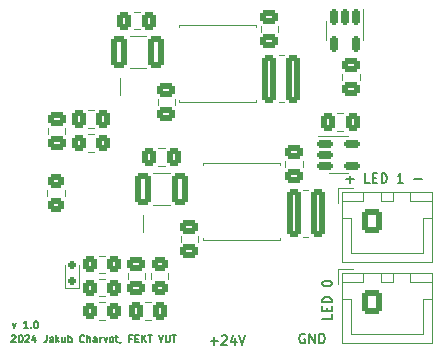
<source format=gto>
G04 #@! TF.GenerationSoftware,KiCad,Pcbnew,7.0.10-7.0.10~ubuntu23.10.1*
G04 #@! TF.CreationDate,2024-03-29T23:33:31+01:00*
G04 #@! TF.ProjectId,ledBoard,6c656442-6f61-4726-942e-6b696361645f,rev?*
G04 #@! TF.SameCoordinates,Original*
G04 #@! TF.FileFunction,Legend,Top*
G04 #@! TF.FilePolarity,Positive*
%FSLAX46Y46*%
G04 Gerber Fmt 4.6, Leading zero omitted, Abs format (unit mm)*
G04 Created by KiCad (PCBNEW 7.0.10-7.0.10~ubuntu23.10.1) date 2024-03-29 23:33:31*
%MOMM*%
%LPD*%
G01*
G04 APERTURE LIST*
G04 Aperture macros list*
%AMRoundRect*
0 Rectangle with rounded corners*
0 $1 Rounding radius*
0 $2 $3 $4 $5 $6 $7 $8 $9 X,Y pos of 4 corners*
0 Add a 4 corners polygon primitive as box body*
4,1,4,$2,$3,$4,$5,$6,$7,$8,$9,$2,$3,0*
0 Add four circle primitives for the rounded corners*
1,1,$1+$1,$2,$3*
1,1,$1+$1,$4,$5*
1,1,$1+$1,$6,$7*
1,1,$1+$1,$8,$9*
0 Add four rect primitives between the rounded corners*
20,1,$1+$1,$2,$3,$4,$5,0*
20,1,$1+$1,$4,$5,$6,$7,0*
20,1,$1+$1,$6,$7,$8,$9,0*
20,1,$1+$1,$8,$9,$2,$3,0*%
G04 Aperture macros list end*
%ADD10C,0.150000*%
%ADD11C,0.100000*%
%ADD12C,0.120000*%
%ADD13R,0.800000X1.450000*%
%ADD14R,0.600000X0.300000*%
%ADD15R,0.800000X1.458994*%
%ADD16R,0.300000X1.725000*%
%ADD17RoundRect,0.250000X0.475000X-0.337500X0.475000X0.337500X-0.475000X0.337500X-0.475000X-0.337500X0*%
%ADD18O,1.700000X1.700000*%
%ADD19R,1.700000X1.700000*%
%ADD20RoundRect,0.250000X-0.337500X-0.475000X0.337500X-0.475000X0.337500X0.475000X-0.337500X0.475000X0*%
%ADD21RoundRect,0.150000X-0.512500X-0.150000X0.512500X-0.150000X0.512500X0.150000X-0.512500X0.150000X0*%
%ADD22RoundRect,0.250000X-0.412500X-1.100000X0.412500X-1.100000X0.412500X1.100000X-0.412500X1.100000X0*%
%ADD23RoundRect,0.150000X-0.150000X0.512500X-0.150000X-0.512500X0.150000X-0.512500X0.150000X0.512500X0*%
%ADD24RoundRect,0.250000X-0.450000X0.350000X-0.450000X-0.350000X0.450000X-0.350000X0.450000X0.350000X0*%
%ADD25R,1.700000X5.700000*%
%ADD26RoundRect,0.250000X0.450000X-0.350000X0.450000X0.350000X-0.450000X0.350000X-0.450000X-0.350000X0*%
%ADD27RoundRect,0.250000X-0.600000X-0.750000X0.600000X-0.750000X0.600000X0.750000X-0.600000X0.750000X0*%
%ADD28O,1.700000X2.000000*%
%ADD29RoundRect,0.250000X0.337500X0.475000X-0.337500X0.475000X-0.337500X-0.475000X0.337500X-0.475000X0*%
%ADD30RoundRect,0.250000X0.350000X1.775000X-0.350000X1.775000X-0.350000X-1.775000X0.350000X-1.775000X0*%
%ADD31RoundRect,0.250000X0.350000X0.450000X-0.350000X0.450000X-0.350000X-0.450000X0.350000X-0.450000X0*%
%ADD32RoundRect,0.250000X-0.475000X0.337500X-0.475000X-0.337500X0.475000X-0.337500X0.475000X0.337500X0*%
%ADD33RoundRect,0.250000X-0.350000X-0.450000X0.350000X-0.450000X0.350000X0.450000X-0.350000X0.450000X0*%
%ADD34RoundRect,0.150000X-0.200000X0.150000X-0.200000X-0.150000X0.200000X-0.150000X0.200000X0.150000X0*%
G04 APERTURE END LIST*
D10*
X227844532Y-83221018D02*
X228454056Y-83221018D01*
X228149294Y-83525780D02*
X228149294Y-82916256D01*
X229825484Y-83525780D02*
X229444532Y-83525780D01*
X229444532Y-83525780D02*
X229444532Y-82725780D01*
X230092151Y-83106732D02*
X230358817Y-83106732D01*
X230473103Y-83525780D02*
X230092151Y-83525780D01*
X230092151Y-83525780D02*
X230092151Y-82725780D01*
X230092151Y-82725780D02*
X230473103Y-82725780D01*
X230815961Y-83525780D02*
X230815961Y-82725780D01*
X230815961Y-82725780D02*
X231006437Y-82725780D01*
X231006437Y-82725780D02*
X231120723Y-82763875D01*
X231120723Y-82763875D02*
X231196913Y-82840065D01*
X231196913Y-82840065D02*
X231235008Y-82916256D01*
X231235008Y-82916256D02*
X231273104Y-83068637D01*
X231273104Y-83068637D02*
X231273104Y-83182923D01*
X231273104Y-83182923D02*
X231235008Y-83335304D01*
X231235008Y-83335304D02*
X231196913Y-83411494D01*
X231196913Y-83411494D02*
X231120723Y-83487685D01*
X231120723Y-83487685D02*
X231006437Y-83525780D01*
X231006437Y-83525780D02*
X230815961Y-83525780D01*
X232644532Y-83525780D02*
X232187389Y-83525780D01*
X232415961Y-83525780D02*
X232415961Y-82725780D01*
X232415961Y-82725780D02*
X232339770Y-82840065D01*
X232339770Y-82840065D02*
X232263580Y-82916256D01*
X232263580Y-82916256D02*
X232187389Y-82954351D01*
X233596914Y-83221018D02*
X234206438Y-83221018D01*
X226594295Y-94629887D02*
X226594295Y-95010839D01*
X226594295Y-95010839D02*
X225794295Y-95010839D01*
X226175247Y-94363220D02*
X226175247Y-94096554D01*
X226594295Y-93982268D02*
X226594295Y-94363220D01*
X226594295Y-94363220D02*
X225794295Y-94363220D01*
X225794295Y-94363220D02*
X225794295Y-93982268D01*
X226594295Y-93639410D02*
X225794295Y-93639410D01*
X225794295Y-93639410D02*
X225794295Y-93448934D01*
X225794295Y-93448934D02*
X225832390Y-93334648D01*
X225832390Y-93334648D02*
X225908580Y-93258458D01*
X225908580Y-93258458D02*
X225984771Y-93220363D01*
X225984771Y-93220363D02*
X226137152Y-93182267D01*
X226137152Y-93182267D02*
X226251438Y-93182267D01*
X226251438Y-93182267D02*
X226403819Y-93220363D01*
X226403819Y-93220363D02*
X226480009Y-93258458D01*
X226480009Y-93258458D02*
X226556200Y-93334648D01*
X226556200Y-93334648D02*
X226594295Y-93448934D01*
X226594295Y-93448934D02*
X226594295Y-93639410D01*
X225794295Y-92077505D02*
X225794295Y-92001315D01*
X225794295Y-92001315D02*
X225832390Y-91925124D01*
X225832390Y-91925124D02*
X225870485Y-91887029D01*
X225870485Y-91887029D02*
X225946676Y-91848934D01*
X225946676Y-91848934D02*
X226099057Y-91810839D01*
X226099057Y-91810839D02*
X226289533Y-91810839D01*
X226289533Y-91810839D02*
X226441914Y-91848934D01*
X226441914Y-91848934D02*
X226518104Y-91887029D01*
X226518104Y-91887029D02*
X226556200Y-91925124D01*
X226556200Y-91925124D02*
X226594295Y-92001315D01*
X226594295Y-92001315D02*
X226594295Y-92077505D01*
X226594295Y-92077505D02*
X226556200Y-92153696D01*
X226556200Y-92153696D02*
X226518104Y-92191791D01*
X226518104Y-92191791D02*
X226441914Y-92229886D01*
X226441914Y-92229886D02*
X226289533Y-92267982D01*
X226289533Y-92267982D02*
X226099057Y-92267982D01*
X226099057Y-92267982D02*
X225946676Y-92229886D01*
X225946676Y-92229886D02*
X225870485Y-92191791D01*
X225870485Y-92191791D02*
X225832390Y-92153696D01*
X225832390Y-92153696D02*
X225794295Y-92077505D01*
X199512969Y-96475914D02*
X199541541Y-96447342D01*
X199541541Y-96447342D02*
X199598684Y-96418771D01*
X199598684Y-96418771D02*
X199741541Y-96418771D01*
X199741541Y-96418771D02*
X199798684Y-96447342D01*
X199798684Y-96447342D02*
X199827255Y-96475914D01*
X199827255Y-96475914D02*
X199855826Y-96533057D01*
X199855826Y-96533057D02*
X199855826Y-96590200D01*
X199855826Y-96590200D02*
X199827255Y-96675914D01*
X199827255Y-96675914D02*
X199484398Y-97018771D01*
X199484398Y-97018771D02*
X199855826Y-97018771D01*
X200227255Y-96418771D02*
X200284398Y-96418771D01*
X200284398Y-96418771D02*
X200341541Y-96447342D01*
X200341541Y-96447342D02*
X200370113Y-96475914D01*
X200370113Y-96475914D02*
X200398684Y-96533057D01*
X200398684Y-96533057D02*
X200427255Y-96647342D01*
X200427255Y-96647342D02*
X200427255Y-96790200D01*
X200427255Y-96790200D02*
X200398684Y-96904485D01*
X200398684Y-96904485D02*
X200370113Y-96961628D01*
X200370113Y-96961628D02*
X200341541Y-96990200D01*
X200341541Y-96990200D02*
X200284398Y-97018771D01*
X200284398Y-97018771D02*
X200227255Y-97018771D01*
X200227255Y-97018771D02*
X200170113Y-96990200D01*
X200170113Y-96990200D02*
X200141541Y-96961628D01*
X200141541Y-96961628D02*
X200112970Y-96904485D01*
X200112970Y-96904485D02*
X200084398Y-96790200D01*
X200084398Y-96790200D02*
X200084398Y-96647342D01*
X200084398Y-96647342D02*
X200112970Y-96533057D01*
X200112970Y-96533057D02*
X200141541Y-96475914D01*
X200141541Y-96475914D02*
X200170113Y-96447342D01*
X200170113Y-96447342D02*
X200227255Y-96418771D01*
X200655827Y-96475914D02*
X200684399Y-96447342D01*
X200684399Y-96447342D02*
X200741542Y-96418771D01*
X200741542Y-96418771D02*
X200884399Y-96418771D01*
X200884399Y-96418771D02*
X200941542Y-96447342D01*
X200941542Y-96447342D02*
X200970113Y-96475914D01*
X200970113Y-96475914D02*
X200998684Y-96533057D01*
X200998684Y-96533057D02*
X200998684Y-96590200D01*
X200998684Y-96590200D02*
X200970113Y-96675914D01*
X200970113Y-96675914D02*
X200627256Y-97018771D01*
X200627256Y-97018771D02*
X200998684Y-97018771D01*
X201512971Y-96618771D02*
X201512971Y-97018771D01*
X201370113Y-96390200D02*
X201227256Y-96818771D01*
X201227256Y-96818771D02*
X201598685Y-96818771D01*
X202455828Y-96418771D02*
X202455828Y-96847342D01*
X202455828Y-96847342D02*
X202427257Y-96933057D01*
X202427257Y-96933057D02*
X202370114Y-96990200D01*
X202370114Y-96990200D02*
X202284400Y-97018771D01*
X202284400Y-97018771D02*
X202227257Y-97018771D01*
X202998686Y-97018771D02*
X202998686Y-96704485D01*
X202998686Y-96704485D02*
X202970114Y-96647342D01*
X202970114Y-96647342D02*
X202912971Y-96618771D01*
X202912971Y-96618771D02*
X202798686Y-96618771D01*
X202798686Y-96618771D02*
X202741543Y-96647342D01*
X202998686Y-96990200D02*
X202941543Y-97018771D01*
X202941543Y-97018771D02*
X202798686Y-97018771D01*
X202798686Y-97018771D02*
X202741543Y-96990200D01*
X202741543Y-96990200D02*
X202712971Y-96933057D01*
X202712971Y-96933057D02*
X202712971Y-96875914D01*
X202712971Y-96875914D02*
X202741543Y-96818771D01*
X202741543Y-96818771D02*
X202798686Y-96790200D01*
X202798686Y-96790200D02*
X202941543Y-96790200D01*
X202941543Y-96790200D02*
X202998686Y-96761628D01*
X203284400Y-97018771D02*
X203284400Y-96418771D01*
X203341543Y-96790200D02*
X203512971Y-97018771D01*
X203512971Y-96618771D02*
X203284400Y-96847342D01*
X204027257Y-96618771D02*
X204027257Y-97018771D01*
X203770114Y-96618771D02*
X203770114Y-96933057D01*
X203770114Y-96933057D02*
X203798685Y-96990200D01*
X203798685Y-96990200D02*
X203855828Y-97018771D01*
X203855828Y-97018771D02*
X203941542Y-97018771D01*
X203941542Y-97018771D02*
X203998685Y-96990200D01*
X203998685Y-96990200D02*
X204027257Y-96961628D01*
X204312971Y-97018771D02*
X204312971Y-96418771D01*
X204312971Y-96647342D02*
X204370114Y-96618771D01*
X204370114Y-96618771D02*
X204484399Y-96618771D01*
X204484399Y-96618771D02*
X204541542Y-96647342D01*
X204541542Y-96647342D02*
X204570114Y-96675914D01*
X204570114Y-96675914D02*
X204598685Y-96733057D01*
X204598685Y-96733057D02*
X204598685Y-96904485D01*
X204598685Y-96904485D02*
X204570114Y-96961628D01*
X204570114Y-96961628D02*
X204541542Y-96990200D01*
X204541542Y-96990200D02*
X204484399Y-97018771D01*
X204484399Y-97018771D02*
X204370114Y-97018771D01*
X204370114Y-97018771D02*
X204312971Y-96990200D01*
X205655828Y-96961628D02*
X205627256Y-96990200D01*
X205627256Y-96990200D02*
X205541542Y-97018771D01*
X205541542Y-97018771D02*
X205484399Y-97018771D01*
X205484399Y-97018771D02*
X205398685Y-96990200D01*
X205398685Y-96990200D02*
X205341542Y-96933057D01*
X205341542Y-96933057D02*
X205312971Y-96875914D01*
X205312971Y-96875914D02*
X205284399Y-96761628D01*
X205284399Y-96761628D02*
X205284399Y-96675914D01*
X205284399Y-96675914D02*
X205312971Y-96561628D01*
X205312971Y-96561628D02*
X205341542Y-96504485D01*
X205341542Y-96504485D02*
X205398685Y-96447342D01*
X205398685Y-96447342D02*
X205484399Y-96418771D01*
X205484399Y-96418771D02*
X205541542Y-96418771D01*
X205541542Y-96418771D02*
X205627256Y-96447342D01*
X205627256Y-96447342D02*
X205655828Y-96475914D01*
X205912971Y-97018771D02*
X205912971Y-96418771D01*
X206170114Y-97018771D02*
X206170114Y-96704485D01*
X206170114Y-96704485D02*
X206141542Y-96647342D01*
X206141542Y-96647342D02*
X206084399Y-96618771D01*
X206084399Y-96618771D02*
X205998685Y-96618771D01*
X205998685Y-96618771D02*
X205941542Y-96647342D01*
X205941542Y-96647342D02*
X205912971Y-96675914D01*
X206712971Y-97018771D02*
X206712971Y-96704485D01*
X206712971Y-96704485D02*
X206684399Y-96647342D01*
X206684399Y-96647342D02*
X206627256Y-96618771D01*
X206627256Y-96618771D02*
X206512971Y-96618771D01*
X206512971Y-96618771D02*
X206455828Y-96647342D01*
X206712971Y-96990200D02*
X206655828Y-97018771D01*
X206655828Y-97018771D02*
X206512971Y-97018771D01*
X206512971Y-97018771D02*
X206455828Y-96990200D01*
X206455828Y-96990200D02*
X206427256Y-96933057D01*
X206427256Y-96933057D02*
X206427256Y-96875914D01*
X206427256Y-96875914D02*
X206455828Y-96818771D01*
X206455828Y-96818771D02*
X206512971Y-96790200D01*
X206512971Y-96790200D02*
X206655828Y-96790200D01*
X206655828Y-96790200D02*
X206712971Y-96761628D01*
X206998685Y-97018771D02*
X206998685Y-96618771D01*
X206998685Y-96733057D02*
X207027256Y-96675914D01*
X207027256Y-96675914D02*
X207055828Y-96647342D01*
X207055828Y-96647342D02*
X207112970Y-96618771D01*
X207112970Y-96618771D02*
X207170113Y-96618771D01*
X207312971Y-96618771D02*
X207455828Y-97018771D01*
X207455828Y-97018771D02*
X207598685Y-96618771D01*
X207912971Y-97018771D02*
X207855828Y-96990200D01*
X207855828Y-96990200D02*
X207827257Y-96961628D01*
X207827257Y-96961628D02*
X207798685Y-96904485D01*
X207798685Y-96904485D02*
X207798685Y-96733057D01*
X207798685Y-96733057D02*
X207827257Y-96675914D01*
X207827257Y-96675914D02*
X207855828Y-96647342D01*
X207855828Y-96647342D02*
X207912971Y-96618771D01*
X207912971Y-96618771D02*
X207998685Y-96618771D01*
X207998685Y-96618771D02*
X208055828Y-96647342D01*
X208055828Y-96647342D02*
X208084400Y-96675914D01*
X208084400Y-96675914D02*
X208112971Y-96733057D01*
X208112971Y-96733057D02*
X208112971Y-96904485D01*
X208112971Y-96904485D02*
X208084400Y-96961628D01*
X208084400Y-96961628D02*
X208055828Y-96990200D01*
X208055828Y-96990200D02*
X207998685Y-97018771D01*
X207998685Y-97018771D02*
X207912971Y-97018771D01*
X208284399Y-96618771D02*
X208512971Y-96618771D01*
X208370114Y-96418771D02*
X208370114Y-96933057D01*
X208370114Y-96933057D02*
X208398685Y-96990200D01*
X208398685Y-96990200D02*
X208455828Y-97018771D01*
X208455828Y-97018771D02*
X208512971Y-97018771D01*
X208741542Y-96990200D02*
X208741542Y-97018771D01*
X208741542Y-97018771D02*
X208712971Y-97075914D01*
X208712971Y-97075914D02*
X208684399Y-97104485D01*
X209655828Y-96704485D02*
X209455828Y-96704485D01*
X209455828Y-97018771D02*
X209455828Y-96418771D01*
X209455828Y-96418771D02*
X209741542Y-96418771D01*
X209970114Y-96704485D02*
X210170114Y-96704485D01*
X210255828Y-97018771D02*
X209970114Y-97018771D01*
X209970114Y-97018771D02*
X209970114Y-96418771D01*
X209970114Y-96418771D02*
X210255828Y-96418771D01*
X210512971Y-97018771D02*
X210512971Y-96418771D01*
X210855828Y-97018771D02*
X210598685Y-96675914D01*
X210855828Y-96418771D02*
X210512971Y-96761628D01*
X211027256Y-96418771D02*
X211370114Y-96418771D01*
X211198685Y-97018771D02*
X211198685Y-96418771D01*
X211941542Y-96418771D02*
X212141542Y-97018771D01*
X212141542Y-97018771D02*
X212341542Y-96418771D01*
X212541543Y-96418771D02*
X212541543Y-96904485D01*
X212541543Y-96904485D02*
X212570114Y-96961628D01*
X212570114Y-96961628D02*
X212598686Y-96990200D01*
X212598686Y-96990200D02*
X212655828Y-97018771D01*
X212655828Y-97018771D02*
X212770114Y-97018771D01*
X212770114Y-97018771D02*
X212827257Y-96990200D01*
X212827257Y-96990200D02*
X212855828Y-96961628D01*
X212855828Y-96961628D02*
X212884400Y-96904485D01*
X212884400Y-96904485D02*
X212884400Y-96418771D01*
X213084399Y-96418771D02*
X213427257Y-96418771D01*
X213255828Y-97018771D02*
X213255828Y-96418771D01*
X199584398Y-95418771D02*
X199727255Y-95818771D01*
X199727255Y-95818771D02*
X199870112Y-95418771D01*
X200870112Y-95818771D02*
X200527255Y-95818771D01*
X200698684Y-95818771D02*
X200698684Y-95218771D01*
X200698684Y-95218771D02*
X200641541Y-95304485D01*
X200641541Y-95304485D02*
X200584398Y-95361628D01*
X200584398Y-95361628D02*
X200527255Y-95390200D01*
X201127256Y-95761628D02*
X201155827Y-95790200D01*
X201155827Y-95790200D02*
X201127256Y-95818771D01*
X201127256Y-95818771D02*
X201098684Y-95790200D01*
X201098684Y-95790200D02*
X201127256Y-95761628D01*
X201127256Y-95761628D02*
X201127256Y-95818771D01*
X201527255Y-95218771D02*
X201584398Y-95218771D01*
X201584398Y-95218771D02*
X201641541Y-95247342D01*
X201641541Y-95247342D02*
X201670113Y-95275914D01*
X201670113Y-95275914D02*
X201698684Y-95333057D01*
X201698684Y-95333057D02*
X201727255Y-95447342D01*
X201727255Y-95447342D02*
X201727255Y-95590200D01*
X201727255Y-95590200D02*
X201698684Y-95704485D01*
X201698684Y-95704485D02*
X201670113Y-95761628D01*
X201670113Y-95761628D02*
X201641541Y-95790200D01*
X201641541Y-95790200D02*
X201584398Y-95818771D01*
X201584398Y-95818771D02*
X201527255Y-95818771D01*
X201527255Y-95818771D02*
X201470113Y-95790200D01*
X201470113Y-95790200D02*
X201441541Y-95761628D01*
X201441541Y-95761628D02*
X201412970Y-95704485D01*
X201412970Y-95704485D02*
X201384398Y-95590200D01*
X201384398Y-95590200D02*
X201384398Y-95447342D01*
X201384398Y-95447342D02*
X201412970Y-95333057D01*
X201412970Y-95333057D02*
X201441541Y-95275914D01*
X201441541Y-95275914D02*
X201470113Y-95247342D01*
X201470113Y-95247342D02*
X201527255Y-95218771D01*
X224329807Y-96363590D02*
X224253617Y-96325495D01*
X224253617Y-96325495D02*
X224139331Y-96325495D01*
X224139331Y-96325495D02*
X224025045Y-96363590D01*
X224025045Y-96363590D02*
X223948855Y-96439780D01*
X223948855Y-96439780D02*
X223910760Y-96515971D01*
X223910760Y-96515971D02*
X223872664Y-96668352D01*
X223872664Y-96668352D02*
X223872664Y-96782638D01*
X223872664Y-96782638D02*
X223910760Y-96935019D01*
X223910760Y-96935019D02*
X223948855Y-97011209D01*
X223948855Y-97011209D02*
X224025045Y-97087400D01*
X224025045Y-97087400D02*
X224139331Y-97125495D01*
X224139331Y-97125495D02*
X224215522Y-97125495D01*
X224215522Y-97125495D02*
X224329807Y-97087400D01*
X224329807Y-97087400D02*
X224367903Y-97049304D01*
X224367903Y-97049304D02*
X224367903Y-96782638D01*
X224367903Y-96782638D02*
X224215522Y-96782638D01*
X224710760Y-97125495D02*
X224710760Y-96325495D01*
X224710760Y-96325495D02*
X225167903Y-97125495D01*
X225167903Y-97125495D02*
X225167903Y-96325495D01*
X225548855Y-97125495D02*
X225548855Y-96325495D01*
X225548855Y-96325495D02*
X225739331Y-96325495D01*
X225739331Y-96325495D02*
X225853617Y-96363590D01*
X225853617Y-96363590D02*
X225929807Y-96439780D01*
X225929807Y-96439780D02*
X225967902Y-96515971D01*
X225967902Y-96515971D02*
X226005998Y-96668352D01*
X226005998Y-96668352D02*
X226005998Y-96782638D01*
X226005998Y-96782638D02*
X225967902Y-96935019D01*
X225967902Y-96935019D02*
X225929807Y-97011209D01*
X225929807Y-97011209D02*
X225853617Y-97087400D01*
X225853617Y-97087400D02*
X225739331Y-97125495D01*
X225739331Y-97125495D02*
X225548855Y-97125495D01*
X216341560Y-96922333D02*
X216951084Y-96922333D01*
X216646322Y-97227095D02*
X216646322Y-96617571D01*
X217293940Y-96503285D02*
X217332036Y-96465190D01*
X217332036Y-96465190D02*
X217408226Y-96427095D01*
X217408226Y-96427095D02*
X217598702Y-96427095D01*
X217598702Y-96427095D02*
X217674893Y-96465190D01*
X217674893Y-96465190D02*
X217712988Y-96503285D01*
X217712988Y-96503285D02*
X217751083Y-96579476D01*
X217751083Y-96579476D02*
X217751083Y-96655666D01*
X217751083Y-96655666D02*
X217712988Y-96769952D01*
X217712988Y-96769952D02*
X217255845Y-97227095D01*
X217255845Y-97227095D02*
X217751083Y-97227095D01*
X218436798Y-96693761D02*
X218436798Y-97227095D01*
X218246322Y-96389000D02*
X218055845Y-96960428D01*
X218055845Y-96960428D02*
X218551084Y-96960428D01*
X218741560Y-96427095D02*
X219008227Y-97227095D01*
X219008227Y-97227095D02*
X219274893Y-96427095D01*
D11*
X210646100Y-86228400D02*
X210646100Y-87653400D01*
X208683600Y-74623900D02*
X208683600Y-76048900D01*
D12*
X220575200Y-70771652D02*
X220575200Y-70249148D01*
X222045200Y-70771652D02*
X222045200Y-70249148D01*
X222658000Y-82176252D02*
X222658000Y-81653748D01*
X224128000Y-82176252D02*
X224128000Y-81653748D01*
X210791248Y-93626000D02*
X211313752Y-93626000D01*
X210791248Y-95096000D02*
X211313752Y-95096000D01*
X227203000Y-79593000D02*
X225403000Y-79593000D01*
X227203000Y-79593000D02*
X228003000Y-79593000D01*
X227203000Y-82713000D02*
X226403000Y-82713000D01*
X227203000Y-82713000D02*
X228003000Y-82713000D01*
X211923948Y-80595800D02*
X212446452Y-80595800D01*
X211923948Y-82065800D02*
X212446452Y-82065800D01*
X209323000Y-91679752D02*
X209323000Y-91157248D01*
X210793000Y-91679752D02*
X210793000Y-91157248D01*
X209484348Y-71080800D02*
X210906852Y-71080800D01*
X209484348Y-73800800D02*
X210906852Y-73800800D01*
X209832748Y-69064200D02*
X210355252Y-69064200D01*
X209832748Y-70534200D02*
X210355252Y-70534200D01*
X229271000Y-70612000D02*
X229271000Y-68812000D01*
X229271000Y-70612000D02*
X229271000Y-71412000D01*
X226151000Y-70612000D02*
X226151000Y-69812000D01*
X226151000Y-70612000D02*
X226151000Y-71412000D01*
X212774200Y-91191436D02*
X212774200Y-91645564D01*
X211304200Y-91191436D02*
X211304200Y-91645564D01*
X222222800Y-88350000D02*
X222222800Y-88200000D01*
X222222800Y-88350000D02*
X215702800Y-88350000D01*
X222222800Y-81830000D02*
X222222800Y-81980000D01*
X222222800Y-81830000D02*
X215702800Y-81830000D01*
X215702800Y-88350000D02*
X215702800Y-88200000D01*
X215702800Y-81830000D02*
X215702800Y-81980000D01*
X211863000Y-76947752D02*
X211863000Y-76425248D01*
X213333000Y-76947752D02*
X213333000Y-76425248D01*
X202515000Y-84627064D02*
X202515000Y-84172936D01*
X203985000Y-84627064D02*
X203985000Y-84172936D01*
X227167000Y-90832000D02*
X227167000Y-92082000D01*
X227457000Y-91122000D02*
X227457000Y-97092000D01*
X227457000Y-97092000D02*
X235077000Y-97092000D01*
X227467000Y-91132000D02*
X227467000Y-91882000D01*
X227467000Y-91882000D02*
X229267000Y-91882000D01*
X227467000Y-93382000D02*
X228217000Y-93382000D01*
X228217000Y-93382000D02*
X228217000Y-96332000D01*
X228217000Y-96332000D02*
X231267000Y-96332000D01*
X228417000Y-90832000D02*
X227167000Y-90832000D01*
X229267000Y-91132000D02*
X227467000Y-91132000D01*
X229267000Y-91882000D02*
X229267000Y-91132000D01*
X230767000Y-91132000D02*
X230767000Y-91882000D01*
X230767000Y-91882000D02*
X231767000Y-91882000D01*
X231767000Y-91132000D02*
X230767000Y-91132000D01*
X231767000Y-91882000D02*
X231767000Y-91132000D01*
X233267000Y-91132000D02*
X233267000Y-91882000D01*
X233267000Y-91882000D02*
X235067000Y-91882000D01*
X234317000Y-93382000D02*
X234317000Y-96332000D01*
X234317000Y-96332000D02*
X231267000Y-96332000D01*
X235067000Y-91132000D02*
X233267000Y-91132000D01*
X235067000Y-91882000D02*
X235067000Y-91132000D01*
X235067000Y-93382000D02*
X234317000Y-93382000D01*
X235077000Y-91122000D02*
X227457000Y-91122000D01*
X235077000Y-97092000D02*
X235077000Y-91122000D01*
X213823000Y-88551652D02*
X213823000Y-88029148D01*
X215293000Y-88551652D02*
X215293000Y-88029148D01*
X227591252Y-79094000D02*
X227068748Y-79094000D01*
X227591252Y-77624000D02*
X227068748Y-77624000D01*
X222536442Y-76686400D02*
X222115958Y-76686400D01*
X222536442Y-72716400D02*
X222115958Y-72716400D01*
X227167000Y-83974000D02*
X227167000Y-85224000D01*
X227457000Y-84264000D02*
X227457000Y-90234000D01*
X227457000Y-90234000D02*
X235077000Y-90234000D01*
X227467000Y-84274000D02*
X227467000Y-85024000D01*
X227467000Y-85024000D02*
X229267000Y-85024000D01*
X227467000Y-86524000D02*
X228217000Y-86524000D01*
X228217000Y-86524000D02*
X228217000Y-89474000D01*
X228217000Y-89474000D02*
X231267000Y-89474000D01*
X228417000Y-83974000D02*
X227167000Y-83974000D01*
X229267000Y-84274000D02*
X227467000Y-84274000D01*
X229267000Y-85024000D02*
X229267000Y-84274000D01*
X230767000Y-84274000D02*
X230767000Y-85024000D01*
X230767000Y-85024000D02*
X231767000Y-85024000D01*
X231767000Y-84274000D02*
X230767000Y-84274000D01*
X231767000Y-85024000D02*
X231767000Y-84274000D01*
X233267000Y-84274000D02*
X233267000Y-85024000D01*
X233267000Y-85024000D02*
X235067000Y-85024000D01*
X234317000Y-86524000D02*
X234317000Y-89474000D01*
X234317000Y-89474000D02*
X231267000Y-89474000D01*
X235067000Y-84274000D02*
X233267000Y-84274000D01*
X235067000Y-85024000D02*
X235067000Y-84274000D01*
X235067000Y-86524000D02*
X234317000Y-86524000D01*
X235077000Y-84264000D02*
X227457000Y-84264000D01*
X235077000Y-90234000D02*
X235077000Y-84264000D01*
X211473948Y-82714000D02*
X212896452Y-82714000D01*
X211473948Y-85434000D02*
X212896452Y-85434000D01*
X220212000Y-76666000D02*
X220212000Y-76516000D01*
X220212000Y-76666000D02*
X213692000Y-76666000D01*
X220212000Y-70146000D02*
X220212000Y-70296000D01*
X220212000Y-70146000D02*
X213692000Y-70146000D01*
X213692000Y-76666000D02*
X213692000Y-76516000D01*
X213692000Y-70146000D02*
X213692000Y-70296000D01*
X207380064Y-95096000D02*
X206925936Y-95096000D01*
X207380064Y-93626000D02*
X206925936Y-93626000D01*
X228954000Y-74287748D02*
X228954000Y-74810252D01*
X227484000Y-74287748D02*
X227484000Y-74810252D01*
X206925936Y-89689000D02*
X207380064Y-89689000D01*
X206925936Y-91159000D02*
X207380064Y-91159000D01*
X204000000Y-92410000D02*
X205200000Y-92410000D01*
X204000000Y-90450000D02*
X204000000Y-92410000D01*
X205200000Y-90450000D02*
X205200000Y-92410000D01*
X224619242Y-88091000D02*
X224198758Y-88091000D01*
X224619242Y-84121000D02*
X224198758Y-84121000D01*
X207380064Y-93125000D02*
X206925936Y-93125000D01*
X207380064Y-91655000D02*
X206925936Y-91655000D01*
X205965248Y-78840000D02*
X206487752Y-78840000D01*
X205965248Y-77370000D02*
X206487752Y-77370000D01*
X202570500Y-78859748D02*
X202570500Y-79382252D01*
X204040500Y-78859748D02*
X204040500Y-79382252D01*
X206453564Y-79402000D02*
X205999436Y-79402000D01*
X206453564Y-80872000D02*
X205999436Y-80872000D01*
%LPC*%
D13*
X211396100Y-86940900D03*
D14*
X211296100Y-87990900D03*
X211296100Y-88465900D03*
X211296100Y-88940900D03*
X212996100Y-88940900D03*
X212996100Y-88465900D03*
X212996100Y-87990900D03*
D15*
X212896100Y-86945397D03*
D16*
X212146100Y-86803400D03*
D13*
X209433600Y-75336400D03*
D14*
X209333600Y-76386400D03*
X209333600Y-76861400D03*
X209333600Y-77336400D03*
X211033600Y-77336400D03*
X211033600Y-76861400D03*
X211033600Y-76386400D03*
D15*
X210933600Y-75340897D03*
D16*
X210183600Y-75198900D03*
D17*
X221310200Y-71547900D03*
X221310200Y-69472900D03*
X223393000Y-82952500D03*
X223393000Y-80877500D03*
D18*
X200660000Y-87780000D03*
D19*
X203200000Y-70000000D03*
D18*
X200660000Y-70000000D03*
X203200000Y-72540000D03*
X200660000Y-72540000D03*
X203200000Y-75080000D03*
X200660000Y-75080000D03*
X200660000Y-77620000D03*
X200660000Y-80160000D03*
X200660000Y-82700000D03*
X200660000Y-85240000D03*
D20*
X210015000Y-94361000D03*
X212090000Y-94361000D03*
D21*
X226065500Y-80203000D03*
X226065500Y-81153000D03*
X226065500Y-82103000D03*
X228340500Y-82103000D03*
X228340500Y-80203000D03*
D20*
X211147700Y-81330800D03*
X213222700Y-81330800D03*
D17*
X210058000Y-92456000D03*
X210058000Y-90381000D03*
D22*
X208633100Y-72440800D03*
X211758100Y-72440800D03*
D20*
X209056500Y-69799200D03*
X211131500Y-69799200D03*
D23*
X228661000Y-69474500D03*
X227711000Y-69474500D03*
X226761000Y-69474500D03*
X226761000Y-71749500D03*
X228661000Y-71749500D03*
D24*
X212039200Y-90418500D03*
X212039200Y-92418500D03*
D25*
X221212800Y-85090000D03*
X216712800Y-85090000D03*
D17*
X212598000Y-77724000D03*
X212598000Y-75649000D03*
D26*
X203250000Y-85400000D03*
X203250000Y-83400000D03*
D27*
X230017000Y-93582000D03*
D28*
X232517000Y-93582000D03*
D17*
X214558000Y-89327900D03*
X214558000Y-87252900D03*
D29*
X228367500Y-78359000D03*
X226292500Y-78359000D03*
D30*
X223351200Y-74701400D03*
X221301200Y-74701400D03*
D27*
X230017000Y-86724000D03*
D28*
X232517000Y-86724000D03*
D22*
X210622700Y-84074000D03*
X213747700Y-84074000D03*
D25*
X219202000Y-73406000D03*
X214702000Y-73406000D03*
D31*
X208153000Y-94361000D03*
X206153000Y-94361000D03*
D32*
X228219000Y-73511500D03*
X228219000Y-75586500D03*
D33*
X206153000Y-90424000D03*
X208153000Y-90424000D03*
D34*
X204600000Y-91850000D03*
X204600000Y-90450000D03*
D30*
X225434000Y-86106000D03*
X223384000Y-86106000D03*
D31*
X208153000Y-92390000D03*
X206153000Y-92390000D03*
D20*
X205189000Y-78105000D03*
X207264000Y-78105000D03*
D32*
X203305500Y-78083500D03*
X203305500Y-80158500D03*
D19*
X233680000Y-70000000D03*
D18*
X233680000Y-72540000D03*
X233680000Y-75080000D03*
X233680000Y-77620000D03*
X233680000Y-80160000D03*
D19*
X218440000Y-90297000D03*
D18*
X218440000Y-92837000D03*
X218440000Y-95377000D03*
D19*
X223520000Y-90297000D03*
D18*
X223520000Y-92837000D03*
X223520000Y-95377000D03*
D31*
X207226500Y-80137000D03*
X205226500Y-80137000D03*
D19*
X231140000Y-75080000D03*
D18*
X231140000Y-77620000D03*
X231140000Y-80160000D03*
%LPD*%
M02*

</source>
